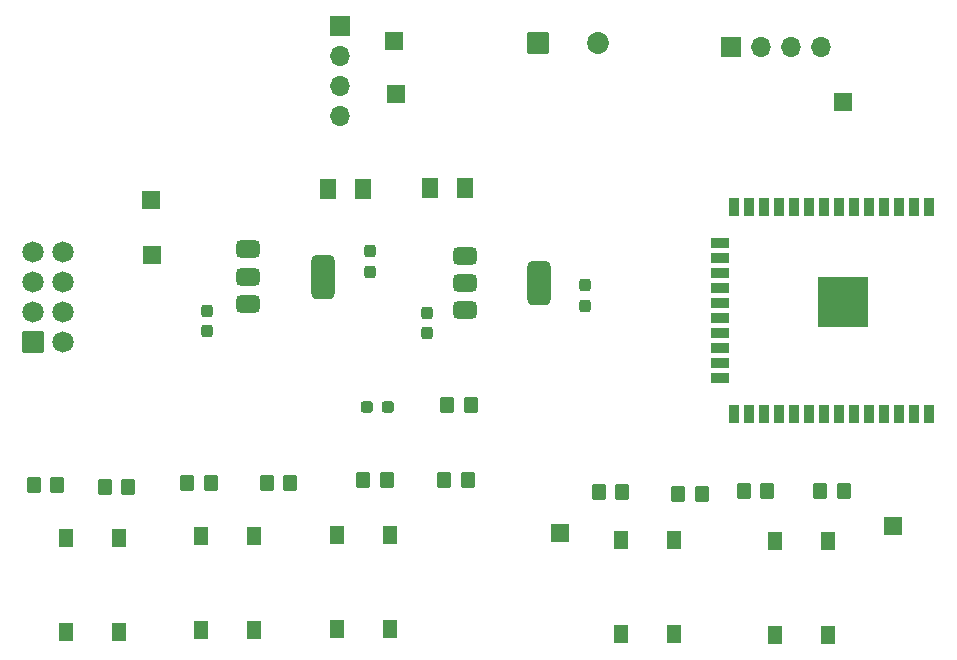
<source format=gbr>
%TF.GenerationSoftware,KiCad,Pcbnew,8.0.0*%
%TF.CreationDate,2025-02-17T23:06:34+05:30*%
%TF.ProjectId,Remote_motorcycle,52656d6f-7465-45f6-9d6f-746f72637963,rev?*%
%TF.SameCoordinates,Original*%
%TF.FileFunction,Soldermask,Top*%
%TF.FilePolarity,Negative*%
%FSLAX46Y46*%
G04 Gerber Fmt 4.6, Leading zero omitted, Abs format (unit mm)*
G04 Created by KiCad (PCBNEW 8.0.0) date 2025-02-17 23:06:34*
%MOMM*%
%LPD*%
G01*
G04 APERTURE LIST*
G04 Aperture macros list*
%AMRoundRect*
0 Rectangle with rounded corners*
0 $1 Rounding radius*
0 $2 $3 $4 $5 $6 $7 $8 $9 X,Y pos of 4 corners*
0 Add a 4 corners polygon primitive as box body*
4,1,4,$2,$3,$4,$5,$6,$7,$8,$9,$2,$3,0*
0 Add four circle primitives for the rounded corners*
1,1,$1+$1,$2,$3*
1,1,$1+$1,$4,$5*
1,1,$1+$1,$6,$7*
1,1,$1+$1,$8,$9*
0 Add four rect primitives between the rounded corners*
20,1,$1+$1,$2,$3,$4,$5,0*
20,1,$1+$1,$4,$5,$6,$7,0*
20,1,$1+$1,$6,$7,$8,$9,0*
20,1,$1+$1,$8,$9,$2,$3,0*%
G04 Aperture macros list end*
%ADD10R,1.300000X1.550000*%
%ADD11RoundRect,0.250000X-0.350000X-0.450000X0.350000X-0.450000X0.350000X0.450000X-0.350000X0.450000X0*%
%ADD12R,1.500000X1.500000*%
%ADD13R,1.700000X1.700000*%
%ADD14O,1.700000X1.700000*%
%ADD15RoundRect,0.237500X0.237500X-0.300000X0.237500X0.300000X-0.237500X0.300000X-0.237500X-0.300000X0*%
%ADD16RoundRect,0.237500X-0.237500X0.300000X-0.237500X-0.300000X0.237500X-0.300000X0.237500X0.300000X0*%
%ADD17R,0.900000X1.500000*%
%ADD18R,1.500000X0.900000*%
%ADD19C,0.600000*%
%ADD20R,4.200000X4.200000*%
%ADD21RoundRect,0.250000X0.350000X0.450000X-0.350000X0.450000X-0.350000X-0.450000X0.350000X-0.450000X0*%
%ADD22RoundRect,0.250001X-0.462499X-0.624999X0.462499X-0.624999X0.462499X0.624999X-0.462499X0.624999X0*%
%ADD23RoundRect,0.102000X-0.825000X-0.825000X0.825000X-0.825000X0.825000X0.825000X-0.825000X0.825000X0*%
%ADD24C,1.854000*%
%ADD25RoundRect,0.237500X-0.287500X-0.237500X0.287500X-0.237500X0.287500X0.237500X-0.287500X0.237500X0*%
%ADD26RoundRect,0.375000X-0.625000X-0.375000X0.625000X-0.375000X0.625000X0.375000X-0.625000X0.375000X0*%
%ADD27RoundRect,0.500000X-0.500000X-1.400000X0.500000X-1.400000X0.500000X1.400000X-0.500000X1.400000X0*%
%ADD28RoundRect,0.250001X0.462499X0.624999X-0.462499X0.624999X-0.462499X-0.624999X0.462499X-0.624999X0*%
%ADD29RoundRect,0.102000X0.802500X-0.802500X0.802500X0.802500X-0.802500X0.802500X-0.802500X-0.802500X0*%
%ADD30C,1.809000*%
G04 APERTURE END LIST*
D10*
%TO.C,SW4*%
X128480000Y-150560000D03*
X128480000Y-142610000D03*
X132980000Y-150560000D03*
X132980000Y-142610000D03*
%TD*%
D11*
%TO.C,R7*%
X126610000Y-138560000D03*
X128610000Y-138560000D03*
%TD*%
%TO.C,R1*%
X78780000Y-137940000D03*
X80780000Y-137940000D03*
%TD*%
D12*
%TO.C,TP7*%
X88680000Y-113810000D03*
%TD*%
%TO.C,TP3*%
X123370000Y-141990000D03*
%TD*%
D13*
%TO.C,J1*%
X104710000Y-99050000D03*
D14*
X104710000Y-101590000D03*
X104710000Y-104130000D03*
X104710000Y-106670000D03*
%TD*%
D12*
%TO.C,TP1*%
X147340000Y-105550000D03*
%TD*%
D13*
%TO.C,J4*%
X137775000Y-100855000D03*
D14*
X140315000Y-100855000D03*
X142855000Y-100855000D03*
X145395000Y-100855000D03*
%TD*%
D15*
%TO.C,C4*%
X107287500Y-119892500D03*
X107287500Y-118167500D03*
%TD*%
D12*
%TO.C,TP6*%
X88760000Y-118440000D03*
%TD*%
D16*
%TO.C,C2*%
X93467500Y-123227500D03*
X93467500Y-124952500D03*
%TD*%
D17*
%TO.C,U1*%
X154620000Y-114400000D03*
X153350000Y-114400000D03*
X152080000Y-114400000D03*
X150810000Y-114400000D03*
X149540000Y-114400000D03*
X148270000Y-114400000D03*
X147000000Y-114400000D03*
X145730000Y-114400000D03*
X144460000Y-114400000D03*
X143190000Y-114400000D03*
X141920000Y-114400000D03*
X140650000Y-114400000D03*
X139380000Y-114400000D03*
X138110000Y-114400000D03*
D18*
X136860000Y-117440000D03*
X136860000Y-118710000D03*
X136860000Y-119980000D03*
X136860000Y-121250000D03*
X136860000Y-122520000D03*
X136860000Y-123790000D03*
X136860000Y-125060000D03*
X136860000Y-126330000D03*
X136860000Y-127600000D03*
X136860000Y-128870000D03*
D17*
X138110000Y-131900000D03*
X139380000Y-131900000D03*
X140650000Y-131900000D03*
X141920000Y-131900000D03*
X143190000Y-131900000D03*
X144460000Y-131900000D03*
X145730000Y-131900000D03*
X147000000Y-131900000D03*
X148270000Y-131900000D03*
X149540000Y-131900000D03*
X150810000Y-131900000D03*
X152080000Y-131900000D03*
X153350000Y-131900000D03*
X154620000Y-131900000D03*
D19*
X148042500Y-120945000D03*
X146517500Y-120945000D03*
X148805000Y-121707500D03*
X147280000Y-121707500D03*
X145755000Y-121707500D03*
X148042500Y-122470000D03*
D20*
X147280000Y-122470000D03*
D19*
X146517500Y-122470000D03*
X148805000Y-123232500D03*
X147280000Y-123232500D03*
X145755000Y-123232500D03*
X148042500Y-123995000D03*
X146517500Y-123995000D03*
%TD*%
D11*
%TO.C,R5*%
X106650000Y-137510000D03*
X108650000Y-137510000D03*
%TD*%
%TO.C,R6*%
X113510000Y-137510000D03*
X115510000Y-137510000D03*
%TD*%
D21*
%TO.C,R11*%
X140900000Y-138470000D03*
X138900000Y-138470000D03*
%TD*%
D22*
%TO.C,F1*%
X112305000Y-112790000D03*
X115280000Y-112790000D03*
%TD*%
D23*
%TO.C,J2*%
X121460000Y-100520000D03*
D24*
X126540000Y-100520000D03*
%TD*%
D25*
%TO.C,D1*%
X107020000Y-131310000D03*
X108770000Y-131310000D03*
%TD*%
D10*
%TO.C,SW3*%
X104440000Y-150160000D03*
X104440000Y-142210000D03*
X108940000Y-150160000D03*
X108940000Y-142210000D03*
%TD*%
D11*
%TO.C,R2*%
X84790000Y-138090000D03*
X86790000Y-138090000D03*
%TD*%
D12*
%TO.C,TP5*%
X109280000Y-100350000D03*
%TD*%
D10*
%TO.C,SW5*%
X141500000Y-150660000D03*
X141500000Y-142710000D03*
X146000000Y-150660000D03*
X146000000Y-142710000D03*
%TD*%
D16*
%TO.C,C1*%
X112117500Y-123377500D03*
X112117500Y-125102500D03*
%TD*%
D12*
%TO.C,TP4*%
X109470000Y-104830000D03*
%TD*%
D11*
%TO.C,R8*%
X133320000Y-138710000D03*
X135320000Y-138710000D03*
%TD*%
D26*
%TO.C,U2*%
X115290000Y-118550000D03*
X115290000Y-120850000D03*
D27*
X121590000Y-120850000D03*
D26*
X115290000Y-123150000D03*
%TD*%
D21*
%TO.C,R10*%
X147360000Y-138470000D03*
X145360000Y-138470000D03*
%TD*%
D28*
%TO.C,F2*%
X106700000Y-112880000D03*
X103725000Y-112880000D03*
%TD*%
D21*
%TO.C,R9*%
X115810000Y-131190000D03*
X113810000Y-131190000D03*
%TD*%
D10*
%TO.C,SW1*%
X81500000Y-150360000D03*
X81500000Y-142410000D03*
X86000000Y-150360000D03*
X86000000Y-142410000D03*
%TD*%
D11*
%TO.C,R3*%
X91750000Y-137740000D03*
X93750000Y-137740000D03*
%TD*%
D26*
%TO.C,U3*%
X96930000Y-118010000D03*
X96930000Y-120310000D03*
D27*
X103230000Y-120310000D03*
D26*
X96930000Y-122610000D03*
%TD*%
D16*
%TO.C,C3*%
X125467500Y-121027500D03*
X125467500Y-122752500D03*
%TD*%
D11*
%TO.C,R4*%
X98510000Y-137740000D03*
X100510000Y-137740000D03*
%TD*%
D12*
%TO.C,TP2*%
X151570000Y-141410000D03*
%TD*%
D10*
%TO.C,SW2*%
X92920000Y-150260000D03*
X92920000Y-142310000D03*
X97420000Y-150260000D03*
X97420000Y-142310000D03*
%TD*%
D29*
%TO.C,J3*%
X78760000Y-125820000D03*
D30*
X81300000Y-125820000D03*
X78760000Y-123280000D03*
X81300000Y-123280000D03*
X78760000Y-120740000D03*
X81300000Y-120740000D03*
X78760000Y-118200000D03*
X81300000Y-118200000D03*
%TD*%
M02*

</source>
